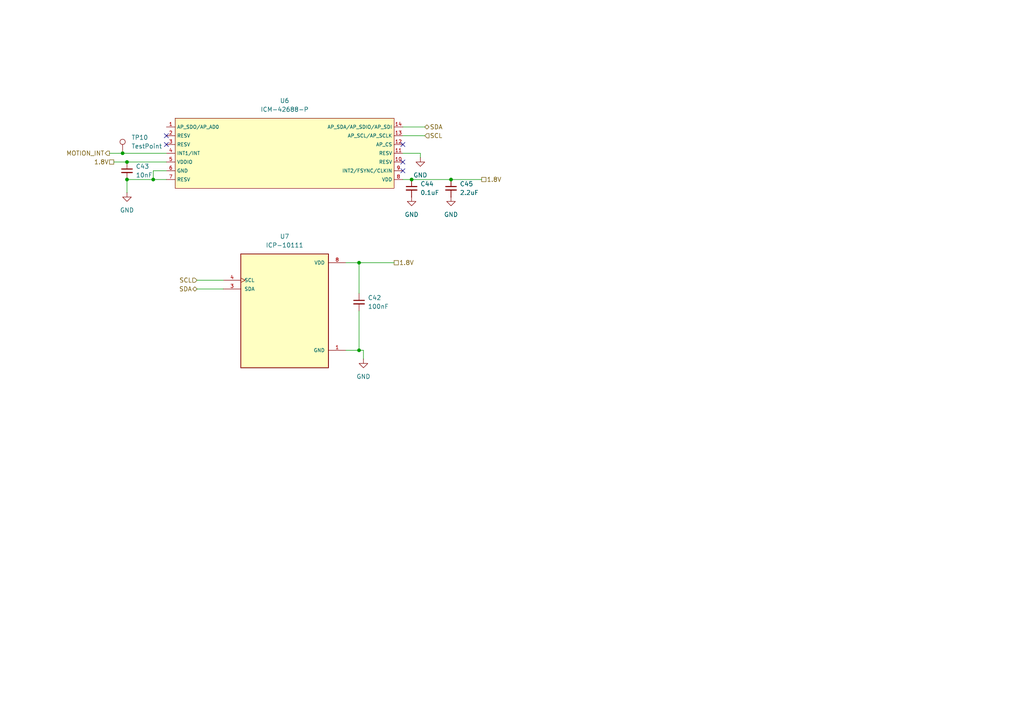
<source format=kicad_sch>
(kicad_sch (version 20231120) (generator "eeschema") (generator_version "8.0")
  (paper "A4")
  (lib_symbols
    (symbol "Connector:TestPoint" (pin_numbers hide) (pin_names (offset 0.762) hide)
      (property "Reference" "TP" (at 0 6.858 0))
      (property "Value" "TestPoint" (at 0 5.08 0))
      (symbol "TestPoint_0_1"
        (circle (center 0 3.302) (radius 0.762))
      )
      (symbol "TestPoint_1_1"
        (pin passive line (at 0 0 90) (length 2.54) (name "1") (number "1"))
      )
    )
    (symbol "Device:C_Small" (pin_numbers hide) (pin_names (offset 0.254) hide)
      (property "Reference" "C" (at 0.254 1.778 0))
      (property "Value" "C_Small" (at 0.254 -2.032 0))
      (symbol "C_Small_0_1"
        (polyline (pts (xy -1.524 -0.508) (xy 1.524 -0.508)) (stroke (width 0.3302)))
        (polyline (pts (xy -1.524 0.508) (xy 1.524 0.508)) (stroke (width 0.3048)))
      )
      (symbol "C_Small_1_1"
        (pin passive line (at 0 2.54 270) (length 2.032) (name "~") (number "1"))
        (pin passive line (at 0 -2.54 90) (length 2.032) (name "~") (number "2"))
      )
    )
    (symbol "Library:ICM-42688-P"
      (property "Reference" "U" (at 0 1.27 0))
      (property "Value" "ICM-42688-P" (at 0 -2.54 0))
      (symbol "ICM-42688-P_0_1"
        (rectangle (start -31.7501 10.16) (end 31.7501 -10.16) (fill (type background)))
        (pin unspecified line (at -34.29 7.62 0) (length 2.54) (name "AP_SDO/AP_AD0") (number "1"))
        (pin unspecified line (at 34.29 -2.54 180) (length 2.54) (name "RESV") (number "10"))
        (pin unspecified line (at 34.29 0 180) (length 2.54) (name "RESV") (number "11"))
        (pin unspecified line (at 34.29 2.54 180) (length 2.54) (name "AP_CS") (number "12"))
        (pin unspecified line (at 34.29 5.08 180) (length 2.54) (name "AP_SCL/AP_SCLK") (number "13"))
        (pin unspecified line (at 34.29 7.62 180) (length 2.54) (name "AP_SDA/AP_SDIO/AP_SDI") (number "14"))
        (pin unspecified line (at -34.29 5.08 0) (length 2.54) (name "RESV") (number "2"))
        (pin unspecified line (at -34.29 2.54 0) (length 2.54) (name "RESV") (number "3"))
        (pin unspecified line (at -34.29 0 0) (length 2.54) (name "INT1/INT") (number "4"))
        (pin unspecified line (at -34.29 -2.54 0) (length 2.54) (name "VDDIO") (number "5"))
        (pin unspecified line (at -34.29 -5.08 0) (length 2.54) (name "GND") (number "6"))
        (pin unspecified line (at -34.29 -7.62 0) (length 2.54) (name "RESV") (number "7"))
        (pin unspecified line (at 34.29 -7.62 180) (length 2.54) (name "VDD") (number "8"))
        (pin unspecified line (at 34.29 -5.08 180) (length 2.54) (name "INT2/FSYNC/CLKIN") (number "9"))
      )
    )
    (symbol "Library:ICP-10111" (pin_names (offset 1.016))
      (property "Reference" "U" (at -12.7245 15.9056 0))
      (property "Value" "ICP-10111" (at -12.7275 -20.3586 0))
      (symbol "ICP-10111_0_0"
        (rectangle (start -12.7 15.24) (end 12.7 -17.78) (stroke (width 0.254)) (fill (type background)))
        (pin power_in line (at 17.78 -12.7 180) (length 5.08) (name "GND") (number "1"))
        (pin bidirectional line (at -17.78 5.08 0) (length 5.08) (name "SDA") (number "3"))
        (pin input clock (at -17.78 7.62 0) (length 5.08) (name "SCL") (number "4"))
        (pin power_in line (at 17.78 12.7 180) (length 5.08) (name "VDD") (number "8"))
      )
      (symbol "ICP-10111_1_0"
        (pin no_connect non_logic (at 17.78 0 180) (length 5.08) hide (name "RESV2") (number "2"))
        (pin no_connect non_logic (at 17.78 -2.54 180) (length 5.08) hide (name "RESV5") (number "5"))
        (pin no_connect non_logic (at 17.78 -5.08 180) (length 5.08) hide (name "RESV6") (number "6"))
        (pin power_in line (at 17.78 -15.24 180) (length 5.08) hide (name "GND") (number "7"))
      )
    )
    (symbol "power:GND" (power) (pin_numbers hide) (pin_names (offset 0) hide)
      (property "Value" "GND" (at 0 -3.81 0))
      (symbol "GND_0_1"
        (polyline (pts (xy 0 0) (xy 0 -1.27) (xy 1.27 -1.27) (xy 0 -2.54) (xy -1.27 -1.27) (xy 0 -1.27)))
      )
      (symbol "GND_1_1"
        (pin power_in line (at 0 0 270) (length 0) (name "~") (number "1"))
      )
    )
  )
  (junction (at 130.81 52.07))
  (junction (at 36.83 52.07))
  (junction (at 104.14 101.6))
  (junction (at 119.38 52.07))
  (junction (at 35.56 44.45))
  (junction (at 104.14 76.2))
  (junction (at 36.83 46.99))
  (junction (at 44.45 52.07))
  (no_connect (at 116.84 41.91))
  (no_connect (at 48.26 39.37))
  (no_connect (at 48.26 41.91))
  (no_connect (at 116.84 46.99))
  (no_connect (at 116.84 49.53))
  (wire (pts (xy 104.14 76.2) (xy 114.3 76.2)))
  (wire (pts (xy 104.14 101.6) (xy 105.41 101.6)))
  (wire (pts (xy 119.38 52.07) (xy 130.81 52.07)))
  (wire (pts (xy 100.33 76.2) (xy 104.14 76.2)))
  (wire (pts (xy 116.84 36.83) (xy 123.19 36.83)))
  (wire (pts (xy 121.92 44.45) (xy 121.92 45.72)))
  (wire (pts (xy 116.84 52.07) (xy 119.38 52.07)))
  (wire (pts (xy 35.56 44.45) (xy 48.26 44.45)))
  (wire (pts (xy 44.45 49.53) (xy 44.45 52.07)))
  (wire (pts (xy 36.83 52.07) (xy 36.83 55.88)))
  (wire (pts (xy 100.33 101.6) (xy 104.14 101.6)))
  (wire (pts (xy 44.45 52.07) (xy 48.26 52.07)))
  (wire (pts (xy 31.75 44.45) (xy 35.56 44.45)))
  (wire (pts (xy 116.84 44.45) (xy 121.92 44.45)))
  (wire (pts (xy 48.26 49.53) (xy 44.45 49.53)))
  (wire (pts (xy 57.15 83.82) (xy 64.77 83.82)))
  (wire (pts (xy 104.14 76.2) (xy 104.14 85.09)))
  (wire (pts (xy 36.83 46.99) (xy 48.26 46.99)))
  (wire (pts (xy 44.45 52.07) (xy 36.83 52.07)))
  (wire (pts (xy 33.02 46.99) (xy 36.83 46.99)))
  (wire (pts (xy 116.84 39.37) (xy 123.19 39.37)))
  (wire (pts (xy 105.41 101.6) (xy 105.41 104.14)))
  (wire (pts (xy 130.81 52.07) (xy 139.7 52.07)))
  (wire (pts (xy 104.14 90.17) (xy 104.14 101.6)))
  (wire (pts (xy 57.15 81.28) (xy 64.77 81.28)))
  (hierarchical_label "SDA" (shape bidirectional) (at 57.15 83.82 180))
  (hierarchical_label "SCL" (shape input) (at 123.19 39.37 0))
  (hierarchical_label "1.8V" (shape passive) (at 114.3 76.2 0))
  (hierarchical_label "SCL" (shape input) (at 57.15 81.28 180))
  (hierarchical_label "1.8V" (shape passive) (at 33.02 46.99 180))
  (hierarchical_label "MOTION_INT" (shape output) (at 31.75 44.45 180))
  (hierarchical_label "SDA" (shape bidirectional) (at 123.19 36.83 0))
  (hierarchical_label "1.8V" (shape passive) (at 139.7 52.07 0))
  (symbol (lib_id "Device:C_Small") (at 119.38 54.61 0) (unit 1)
    (property "Reference" "C44" (at 121.92 53.3462 0) (effects (justify left)))
    (property "Value" "0.1uF" (at 121.92 55.8862 0) (effects (justify left)))
    (property "Description" "Unpolarized capacitor, small symbol" (effects (hide yes)))
  )
  (symbol (lib_id "Library:ICM-42688-P") (at 82.55 44.45 0) (unit 1)
    (property "Reference" "U6" (at 82.55 29.21 0))
    (property "Value" "ICM-42688-P" (at 82.55 31.75 0))
    (property "Footprint" "Library:LGA-14_L3.0-W2.5-P0.50-TL" (effects (hide yes)))
    (property "Datasheet" "https://lcsc.com/product-detail/Sensors_Bosch_BMG250_BMG250_C189521.html" (effects (hide yes)))
    (property "LCSC" "C1850418" (effects (hide yes)))
  )
  (symbol (lib_id "power:GND") (at 130.81 57.15 0) (unit 1)
    (property "Reference" "#PWR048" (effects (hide yes)))
    (property "Value" "GND" (at 130.81 62.23 0))
    (property "Description" "Power symbol creates a global label with name \"GND\" , ground" (effects (hide yes)))
  )
  (symbol (lib_id "Connector:TestPoint") (at 35.56 44.45 0) (unit 1)
    (property "Reference" "TP10" (at 38.1 39.8779 0) (effects (justify left)))
    (property "Value" "TestPoint" (at 38.1 42.4179 0) (effects (justify left)))
    (property "Description" "test point" (effects (hide yes)))
  )
  (symbol (lib_id "power:GND") (at 36.83 55.88 0) (unit 1)
    (property "Reference" "#PWR046" (effects (hide yes)))
    (property "Value" "GND" (at 36.83 60.96 0))
    (property "Description" "Power symbol creates a global label with name \"GND\" , ground" (effects (hide yes)))
  )
  (symbol (lib_id "Device:C_Small") (at 104.14 87.63 0) (unit 1)
    (property "Reference" "C42" (at 106.68 86.3662 0) (effects (justify left)))
    (property "Value" "100nF" (at 106.68 88.9062 0) (effects (justify left)))
    (property "Description" "Unpolarized capacitor, small symbol" (effects (hide yes)))
  )
  (symbol (lib_id "Device:C_Small") (at 36.83 49.53 0) (unit 1)
    (property "Reference" "C43" (at 39.37 48.2662 0) (effects (justify left)))
    (property "Value" "10nF" (at 39.37 50.8062 0) (effects (justify left)))
    (property "Description" "Unpolarized capacitor, small symbol" (effects (hide yes)))
  )
  (symbol (lib_id "Library:ICP-10111") (at 82.55 88.9 0) (unit 1)
    (property "Reference" "U7" (at 82.55 68.58 0))
    (property "Value" "ICP-10111" (at 82.55 71.12 0))
    (property "Footprint" "Library:PSON65P250X200X100-8N" (effects (hide yes)))
  )
  (symbol (lib_id "power:GND") (at 105.41 104.14 0) (unit 1)
    (property "Reference" "#PWR045" (effects (hide yes)))
    (property "Value" "GND" (at 105.41 109.22 0))
    (property "Description" "Power symbol creates a global label with name \"GND\" , ground" (effects (hide yes)))
  )
  (symbol (lib_id "Device:C_Small") (at 130.81 54.61 0) (unit 1)
    (property "Reference" "C45" (at 133.35 53.3462 0) (effects (justify left)))
    (property "Value" "2.2uF" (at 133.35 55.8862 0) (effects (justify left)))
    (property "Description" "Unpolarized capacitor, small symbol" (effects (hide yes)))
  )
  (symbol (lib_id "power:GND") (at 121.92 45.72 0) (unit 1)
    (property "Reference" "#PWR049" (effects (hide yes)))
    (property "Value" "GND" (at 121.92 50.8 0))
    (property "Description" "Power symbol creates a global label with name \"GND\" , ground" (effects (hide yes)))
  )
  (symbol (lib_id "power:GND") (at 119.38 57.15 0) (unit 1)
    (property "Reference" "#PWR047" (effects (hide yes)))
    (property "Value" "GND" (at 119.38 62.23 0))
    (property "Description" "Power symbol creates a global label with name \"GND\" , ground" (effects (hide yes)))
  )
)
</source>
